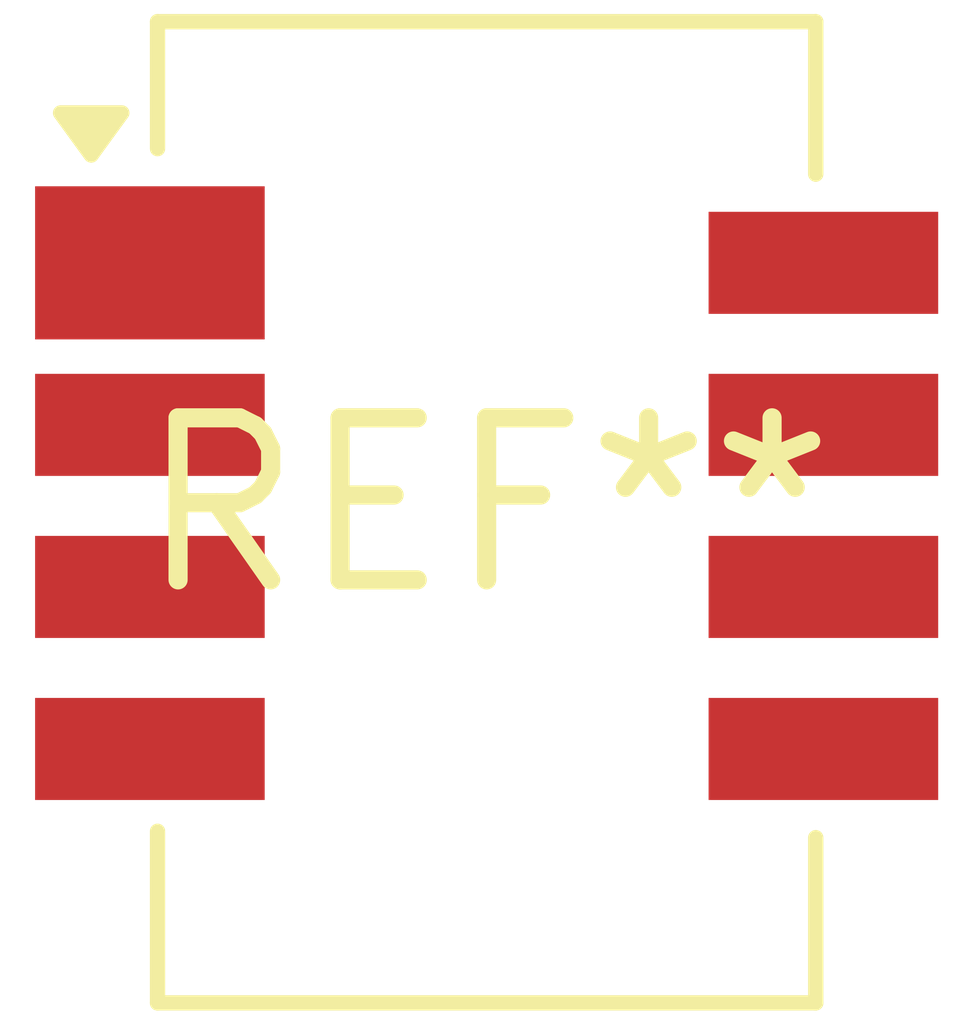
<source format=kicad_pcb>
(kicad_pcb (version 20240108) (generator pcbnew)
  (layers (0 "F.Cu" signal) (31 "B.Cu" signal) (34 "B.Paste" user) (35 "F.Paste" user) (36 "B.SilkS" user "B.Silkscreen") (37 "F.SilkS" user "F.Silkscreen") (38 "B.Mask" user) (39 "F.Mask" user) (44 "Edge.Cuts" user))
  (net 0 "")
  (footprint "SHT1x" (layer "F.Cu") (at 0 0)
    (property "Reference" "REF**")
    (property "Value" "SHT1x")
    (fp_line (start -2.58 -3.795) (end 2.58 -3.795) (layer "F.SilkS") (stroke (width 0.12)))
    (fp_line (start -2.58 -2.8) (end -2.58 -3.795) (layer "F.SilkS") (stroke (width 0.12)))
    (fp_line (start -2.58 3.895) (end -2.58 2.55) (layer "F.SilkS") (stroke (width 0.12)))
    (fp_line (start -2.58 3.895) (end 2.58 3.895) (layer "F.SilkS") (stroke (width 0.12)))
    (fp_line (start 2.58 -2.6) (end 2.58 -3.795) (layer "F.SilkS") (stroke (width 0.12)))
    (fp_line (start 2.58 3.895) (end 2.58 2.6) (layer "F.SilkS") (stroke (width 0.12)))
    (fp_poly (pts (xy -3.1 -2.75) (xy -3.34 -3.08) (xy -2.86 -3.08) (xy -3.1 -2.75)) (layer "F.SilkS") (stroke (width 0.12)) (fill solid))
    (pad "1" smd rect (at -2.64 -1.905) (size 1.8 1.2) (layers "F.Cu" "F.Paste" "F.Mask"))
    (pad "2" smd rect (at -2.64 -0.635) (size 1.8 0.8) (layers "F.Cu" "F.Paste" "F.Mask"))
    (pad "3" smd rect (at -2.64 0.635) (size 1.8 0.8) (layers "F.Cu" "F.Paste" "F.Mask"))
    (pad "4" smd rect (at -2.64 1.905) (size 1.8 0.8) (layers "F.Cu" "F.Paste" "F.Mask"))
    (pad "5" smd rect (at 2.64 1.905) (size 1.8 0.8) (layers "F.Cu" "F.Paste" "F.Mask"))
    (pad "6" smd rect (at 2.64 0.635) (size 1.8 0.8) (layers "F.Cu" "F.Paste" "F.Mask"))
    (pad "7" smd rect (at 2.64 -0.635) (size 1.8 0.8) (layers "F.Cu" "F.Paste" "F.Mask"))
    (pad "8" smd rect (at 2.64 -1.905) (size 1.8 0.8) (layers "F.Cu" "F.Paste" "F.Mask"))
  )
)
</source>
